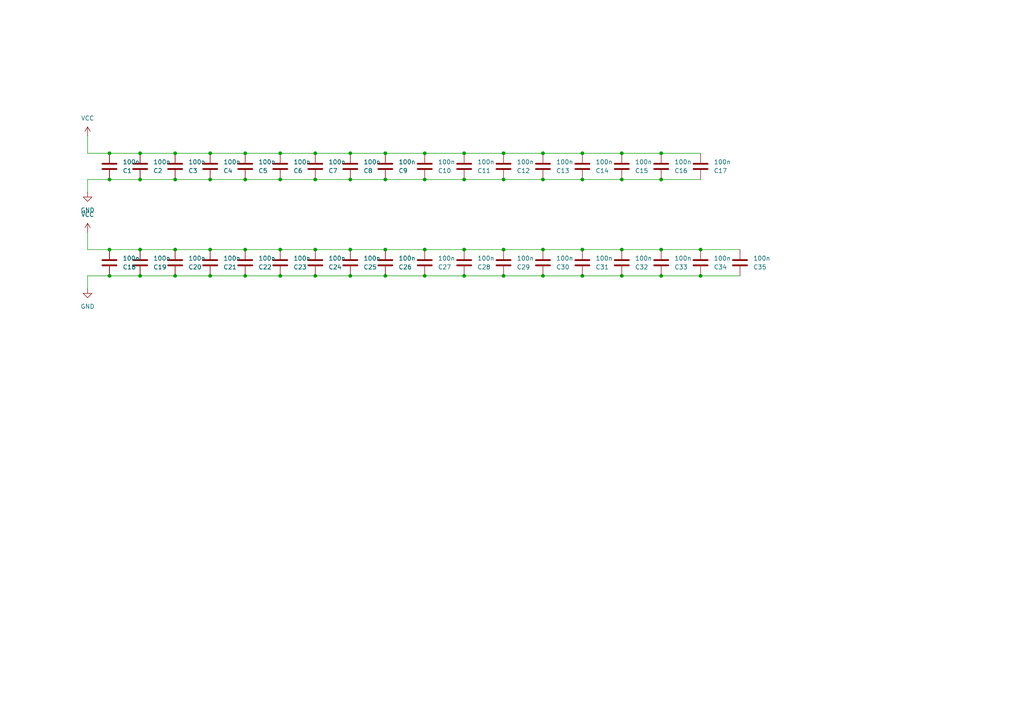
<source format=kicad_sch>
(kicad_sch (version 20250114) (generator "eeschema") (generator_version "9.0")
  (paper "A4")
  (title_block (title "TTL Calculator Logic Board") (date "2025-02-12") (rev "B"))
  (lib_symbols
    (symbol "Device:C" (pin_numbers (hide yes)) (pin_names (offset 0.254))
      (property "Reference" "C" (at 0.635 2.54 0))
      (property "Value" "C" (at 0.635 -2.54 0))
      (symbol "C_0_1"
        (polyline (pts (xy -2.032 0.762) (xy 2.032 0.762)) (stroke (width 0.508)))
        (polyline (pts (xy -2.032 -0.762) (xy 2.032 -0.762)) (stroke (width 0.508)))
      )
      (symbol "C_1_1"
        (pin passive line (at 0 3.81 270) (length 2.794) (name "~") (number "1"))
        (pin passive line (at 0 -3.81 90) (length 2.794) (name "~") (number "2"))
      )
    )
    (symbol "power:GND" (power) (pin_numbers (hide yes)) (pin_names (offset 0) (hide yes))
      (property "Value" "GND" (at 0 -3.81 0))
      (symbol "GND_0_1"
        (polyline (pts (xy 0 0) (xy 0 -1.27) (xy 1.27 -1.27) (xy 0 -2.54) (xy -1.27 -1.27) (xy 0 -1.27)))
      )
      (symbol "GND_1_1"
        (pin power_in line (at 0 0 270) (length 0) (name "~") (number "1"))
      )
    )
    (symbol "power:VCC" (power) (pin_numbers (hide yes)) (pin_names (offset 0) (hide yes))
      (property "Value" "VCC" (at 0 3.556 0))
      (symbol "VCC_0_1"
        (polyline (pts (xy -0.762 1.27) (xy 0 2.54)))
        (polyline (pts (xy 0 2.54) (xy 0.762 1.27)))
        (polyline (pts (xy 0 0) (xy 0 2.54)))
      )
      (symbol "VCC_1_1"
        (pin power_in line (at 0 0 90) (length 0) (name "~") (number "1"))
      )
    )
  )
  (junction (at 60.96 80.01))
  (junction (at 146.05 80.01))
  (junction (at 101.6 44.45))
  (junction (at 40.64 44.45))
  (junction (at 50.8 52.07))
  (junction (at 91.44 44.45))
  (junction (at 180.34 80.01))
  (junction (at 123.19 52.07))
  (junction (at 180.34 72.39))
  (junction (at 123.19 72.39))
  (junction (at 191.77 44.45))
  (junction (at 91.44 80.01))
  (junction (at 168.91 72.39))
  (junction (at 203.2 72.39))
  (junction (at 134.62 44.45))
  (junction (at 157.48 72.39))
  (junction (at 123.19 80.01))
  (junction (at 203.2 80.01))
  (junction (at 60.96 72.39))
  (junction (at 180.34 52.07))
  (junction (at 180.34 44.45))
  (junction (at 71.12 44.45))
  (junction (at 168.91 52.07))
  (junction (at 40.64 72.39))
  (junction (at 157.48 80.01))
  (junction (at 71.12 72.39))
  (junction (at 50.8 80.01))
  (junction (at 91.44 72.39))
  (junction (at 157.48 44.45))
  (junction (at 168.91 44.45))
  (junction (at 60.96 52.07))
  (junction (at 191.77 72.39))
  (junction (at 50.8 44.45))
  (junction (at 123.19 44.45))
  (junction (at 134.62 52.07))
  (junction (at 101.6 80.01))
  (junction (at 134.62 72.39))
  (junction (at 40.64 52.07))
  (junction (at 191.77 80.01))
  (junction (at 146.05 72.39))
  (junction (at 50.8 72.39))
  (junction (at 111.76 72.39))
  (junction (at 31.75 44.45))
  (junction (at 111.76 44.45))
  (junction (at 146.05 52.07))
  (junction (at 134.62 80.01))
  (junction (at 71.12 80.01))
  (junction (at 71.12 52.07))
  (junction (at 81.28 72.39))
  (junction (at 191.77 52.07))
  (junction (at 40.64 80.01))
  (junction (at 168.91 80.01))
  (junction (at 157.48 52.07))
  (junction (at 101.6 52.07))
  (junction (at 101.6 72.39))
  (junction (at 81.28 80.01))
  (junction (at 81.28 52.07))
  (junction (at 31.75 72.39))
  (junction (at 81.28 44.45))
  (junction (at 91.44 52.07))
  (junction (at 111.76 52.07))
  (junction (at 146.05 44.45))
  (junction (at 31.75 52.07))
  (junction (at 111.76 80.01))
  (junction (at 31.75 80.01))
  (junction (at 60.96 44.45))
  (wire (pts (xy 50.8 44.45) (xy 40.64 44.45)))
  (wire (pts (xy 146.05 52.07) (xy 134.62 52.07)))
  (wire (pts (xy 123.19 72.39) (xy 111.76 72.39)))
  (wire (pts (xy 101.6 44.45) (xy 91.44 44.45)))
  (wire (pts (xy 180.34 80.01) (xy 168.91 80.01)))
  (wire (pts (xy 31.75 80.01) (xy 25.4 80.01)))
  (wire (pts (xy 134.62 52.07) (xy 123.19 52.07)))
  (wire (pts (xy 25.4 39.37) (xy 25.4 44.45)))
  (wire (pts (xy 31.75 44.45) (xy 25.4 44.45)))
  (wire (pts (xy 40.64 80.01) (xy 31.75 80.01)))
  (wire (pts (xy 81.28 44.45) (xy 71.12 44.45)))
  (wire (pts (xy 168.91 72.39) (xy 157.48 72.39)))
  (wire (pts (xy 25.4 80.01) (xy 25.4 83.82)))
  (wire (pts (xy 203.2 72.39) (xy 214.63 72.39)))
  (wire (pts (xy 50.8 80.01) (xy 40.64 80.01)))
  (wire (pts (xy 180.34 44.45) (xy 168.91 44.45)))
  (wire (pts (xy 157.48 72.39) (xy 146.05 72.39)))
  (wire (pts (xy 111.76 72.39) (xy 101.6 72.39)))
  (wire (pts (xy 168.91 80.01) (xy 157.48 80.01)))
  (wire (pts (xy 101.6 80.01) (xy 91.44 80.01)))
  (wire (pts (xy 81.28 72.39) (xy 71.12 72.39)))
  (wire (pts (xy 101.6 52.07) (xy 91.44 52.07)))
  (wire (pts (xy 203.2 44.45) (xy 191.77 44.45)))
  (wire (pts (xy 60.96 72.39) (xy 50.8 72.39)))
  (wire (pts (xy 123.19 80.01) (xy 111.76 80.01)))
  (wire (pts (xy 180.34 52.07) (xy 168.91 52.07)))
  (wire (pts (xy 91.44 44.45) (xy 81.28 44.45)))
  (wire (pts (xy 203.2 72.39) (xy 191.77 72.39)))
  (wire (pts (xy 91.44 72.39) (xy 81.28 72.39)))
  (wire (pts (xy 81.28 52.07) (xy 71.12 52.07)))
  (wire (pts (xy 60.96 52.07) (xy 50.8 52.07)))
  (wire (pts (xy 180.34 72.39) (xy 168.91 72.39)))
  (wire (pts (xy 81.28 80.01) (xy 71.12 80.01)))
  (wire (pts (xy 134.62 80.01) (xy 123.19 80.01)))
  (wire (pts (xy 134.62 72.39) (xy 123.19 72.39)))
  (wire (pts (xy 168.91 44.45) (xy 157.48 44.45)))
  (wire (pts (xy 91.44 80.01) (xy 81.28 80.01)))
  (wire (pts (xy 40.64 72.39) (xy 31.75 72.39)))
  (wire (pts (xy 60.96 80.01) (xy 50.8 80.01)))
  (wire (pts (xy 40.64 44.45) (xy 31.75 44.45)))
  (wire (pts (xy 71.12 52.07) (xy 60.96 52.07)))
  (wire (pts (xy 71.12 80.01) (xy 60.96 80.01)))
  (wire (pts (xy 157.48 80.01) (xy 146.05 80.01)))
  (wire (pts (xy 111.76 44.45) (xy 101.6 44.45)))
  (wire (pts (xy 50.8 52.07) (xy 40.64 52.07)))
  (wire (pts (xy 191.77 72.39) (xy 180.34 72.39)))
  (wire (pts (xy 123.19 52.07) (xy 111.76 52.07)))
  (wire (pts (xy 101.6 72.39) (xy 91.44 72.39)))
  (wire (pts (xy 71.12 44.45) (xy 60.96 44.45)))
  (wire (pts (xy 111.76 80.01) (xy 101.6 80.01)))
  (wire (pts (xy 157.48 52.07) (xy 146.05 52.07)))
  (wire (pts (xy 146.05 44.45) (xy 134.62 44.45)))
  (wire (pts (xy 157.48 44.45) (xy 146.05 44.45)))
  (wire (pts (xy 134.62 44.45) (xy 123.19 44.45)))
  (wire (pts (xy 31.75 72.39) (xy 25.4 72.39)))
  (wire (pts (xy 203.2 80.01) (xy 214.63 80.01)))
  (wire (pts (xy 25.4 67.31) (xy 25.4 72.39)))
  (wire (pts (xy 203.2 80.01) (xy 191.77 80.01)))
  (wire (pts (xy 60.96 44.45) (xy 50.8 44.45)))
  (wire (pts (xy 191.77 80.01) (xy 180.34 80.01)))
  (wire (pts (xy 146.05 80.01) (xy 134.62 80.01)))
  (wire (pts (xy 50.8 72.39) (xy 40.64 72.39)))
  (wire (pts (xy 40.64 52.07) (xy 31.75 52.07)))
  (wire (pts (xy 111.76 52.07) (xy 101.6 52.07)))
  (wire (pts (xy 191.77 44.45) (xy 180.34 44.45)))
  (wire (pts (xy 168.91 52.07) (xy 157.48 52.07)))
  (wire (pts (xy 25.4 52.07) (xy 25.4 55.88)))
  (wire (pts (xy 91.44 52.07) (xy 81.28 52.07)))
  (wire (pts (xy 71.12 72.39) (xy 60.96 72.39)))
  (wire (pts (xy 146.05 72.39) (xy 134.62 72.39)))
  (wire (pts (xy 31.75 52.07) (xy 25.4 52.07)))
  (wire (pts (xy 203.2 52.07) (xy 191.77 52.07)))
  (wire (pts (xy 123.19 44.45) (xy 111.76 44.45)))
  (wire (pts (xy 191.77 52.07) (xy 180.34 52.07)))
  (symbol (lib_id "Device:C") (at 157.48 48.26 0) (mirror x) (unit 1)
    (property "Reference" "C13" (at 161.29 49.5301 0) (effects (justify left)))
    (property "Value" "100n" (at 161.29 46.9901 0) (effects (justify left)))
    (property "Footprint" "Capacitor_THT:C_Disc_D5.0mm_W2.5mm_P5.00mm" (effects (hide yes)))
    (property "Description" "Unpolarized capacitor" (effects (hide yes)))
  )
  (symbol (lib_id "Device:C") (at 60.96 76.2 0) (mirror x) (unit 1)
    (property "Reference" "C21" (at 64.77 77.4701 0) (effects (justify left)))
    (property "Value" "100n" (at 64.77 74.9301 0) (effects (justify left)))
    (property "Footprint" "Capacitor_THT:C_Disc_D5.0mm_W2.5mm_P5.00mm" (effects (hide yes)))
    (property "Description" "Unpolarized capacitor" (effects (hide yes)))
  )
  (symbol (lib_id "power:VCC") (at 25.4 67.31 0) (unit 1)
    (property "Reference" "#PWR015" (effects (hide yes)))
    (property "Value" "VCC" (at 25.4 62.23 0))
    (property "Description" "Power symbol creates a global label with name \"VCC\"" (effects (hide yes)))
  )
  (symbol (lib_id "Device:C") (at 123.19 76.2 0) (mirror x) (unit 1)
    (property "Reference" "C27" (at 127 77.4701 0) (effects (justify left)))
    (property "Value" "100n" (at 127 74.9301 0) (effects (justify left)))
    (property "Footprint" "Capacitor_THT:C_Disc_D5.0mm_W2.5mm_P5.00mm" (effects (hide yes)))
    (property "Description" "Unpolarized capacitor" (effects (hide yes)))
  )
  (symbol (lib_id "Device:C") (at 157.48 76.2 0) (mirror x) (unit 1)
    (property "Reference" "C30" (at 161.29 77.4701 0) (effects (justify left)))
    (property "Value" "100n" (at 161.29 74.9301 0) (effects (justify left)))
    (property "Footprint" "Capacitor_THT:C_Disc_D5.0mm_W2.5mm_P5.00mm" (effects (hide yes)))
    (property "Description" "Unpolarized capacitor" (effects (hide yes)))
  )
  (symbol (lib_id "Device:C") (at 111.76 76.2 0) (mirror x) (unit 1)
    (property "Reference" "C26" (at 115.57 77.4701 0) (effects (justify left)))
    (property "Value" "100n" (at 115.57 74.9301 0) (effects (justify left)))
    (property "Footprint" "Capacitor_THT:C_Disc_D5.0mm_W2.5mm_P5.00mm" (effects (hide yes)))
    (property "Description" "Unpolarized capacitor" (effects (hide yes)))
  )
  (symbol (lib_id "Device:C") (at 81.28 48.26 0) (mirror x) (unit 1)
    (property "Reference" "C6" (at 85.09 49.5301 0) (effects (justify left)))
    (property "Value" "100n" (at 85.09 46.9901 0) (effects (justify left)))
    (property "Footprint" "Capacitor_THT:C_Disc_D5.0mm_W2.5mm_P5.00mm" (effects (hide yes)))
    (property "Description" "Unpolarized capacitor" (effects (hide yes)))
  )
  (symbol (lib_id "Device:C") (at 31.75 48.26 0) (mirror x) (unit 1)
    (property "Reference" "C1" (at 35.56 49.5301 0) (effects (justify left)))
    (property "Value" "100n" (at 35.56 46.9901 0) (effects (justify left)))
    (property "Footprint" "Capacitor_THT:C_Disc_D5.0mm_W2.5mm_P5.00mm" (effects (hide yes)))
    (property "Description" "Unpolarized capacitor" (effects (hide yes)))
  )
  (symbol (lib_id "Device:C") (at 31.75 76.2 0) (mirror x) (unit 1)
    (property "Reference" "C18" (at 35.56 77.4701 0) (effects (justify left)))
    (property "Value" "100n" (at 35.56 74.9301 0) (effects (justify left)))
    (property "Footprint" "Capacitor_THT:C_Disc_D5.0mm_W2.5mm_P5.00mm" (effects (hide yes)))
    (property "Description" "Unpolarized capacitor" (effects (hide yes)))
  )
  (symbol (lib_id "Device:C") (at 50.8 48.26 0) (mirror x) (unit 1)
    (property "Reference" "C3" (at 54.61 49.5301 0) (effects (justify left)))
    (property "Value" "100n" (at 54.61 46.9901 0) (effects (justify left)))
    (property "Footprint" "Capacitor_THT:C_Disc_D5.0mm_W2.5mm_P5.00mm" (effects (hide yes)))
    (property "Description" "Unpolarized capacitor" (effects (hide yes)))
  )
  (symbol (lib_id "Device:C") (at 91.44 48.26 0) (mirror x) (unit 1)
    (property "Reference" "C7" (at 95.25 49.5301 0) (effects (justify left)))
    (property "Value" "100n" (at 95.25 46.9901 0) (effects (justify left)))
    (property "Footprint" "Capacitor_THT:C_Disc_D5.0mm_W2.5mm_P5.00mm" (effects (hide yes)))
    (property "Description" "Unpolarized capacitor" (effects (hide yes)))
  )
  (symbol (lib_id "Device:C") (at 191.77 48.26 0) (mirror x) (unit 1)
    (property "Reference" "C16" (at 195.58 49.5301 0) (effects (justify left)))
    (property "Value" "100n" (at 195.58 46.9901 0) (effects (justify left)))
    (property "Footprint" "Capacitor_THT:C_Disc_D5.0mm_W2.5mm_P5.00mm" (effects (hide yes)))
    (property "Description" "Unpolarized capacitor" (effects (hide yes)))
  )
  (symbol (lib_id "Device:C") (at 71.12 48.26 0) (mirror x) (unit 1)
    (property "Reference" "C5" (at 74.93 49.5301 0) (effects (justify left)))
    (property "Value" "100n" (at 74.93 46.9901 0) (effects (justify left)))
    (property "Footprint" "Capacitor_THT:C_Disc_D5.0mm_W2.5mm_P5.00mm" (effects (hide yes)))
    (property "Description" "Unpolarized capacitor" (effects (hide yes)))
  )
  (symbol (lib_id "Device:C") (at 111.76 48.26 0) (mirror x) (unit 1)
    (property "Reference" "C9" (at 115.57 49.5301 0) (effects (justify left)))
    (property "Value" "100n" (at 115.57 46.9901 0) (effects (justify left)))
    (property "Footprint" "Capacitor_THT:C_Disc_D5.0mm_W2.5mm_P5.00mm" (effects (hide yes)))
    (property "Description" "Unpolarized capacitor" (effects (hide yes)))
  )
  (symbol (lib_id "Device:C") (at 40.64 48.26 0) (mirror x) (unit 1)
    (property "Reference" "C2" (at 44.45 49.5301 0) (effects (justify left)))
    (property "Value" "100n" (at 44.45 46.9901 0) (effects (justify left)))
    (property "Footprint" "Capacitor_THT:C_Disc_D5.0mm_W2.5mm_P5.00mm" (effects (hide yes)))
    (property "Description" "Unpolarized capacitor" (effects (hide yes)))
  )
  (symbol (lib_id "Device:C") (at 146.05 48.26 0) (mirror x) (unit 1)
    (property "Reference" "C12" (at 149.86 49.5301 0) (effects (justify left)))
    (property "Value" "100n" (at 149.86 46.9901 0) (effects (justify left)))
    (property "Footprint" "Capacitor_THT:C_Disc_D5.0mm_W2.5mm_P5.00mm" (effects (hide yes)))
    (property "Description" "Unpolarized capacitor" (effects (hide yes)))
  )
  (symbol (lib_id "Device:C") (at 101.6 76.2 0) (mirror x) (unit 1)
    (property "Reference" "C25" (at 105.41 77.4701 0) (effects (justify left)))
    (property "Value" "100n" (at 105.41 74.9301 0) (effects (justify left)))
    (property "Footprint" "Capacitor_THT:C_Disc_D5.0mm_W2.5mm_P5.00mm" (effects (hide yes)))
    (property "Description" "Unpolarized capacitor" (effects (hide yes)))
  )
  (symbol (lib_id "power:GND") (at 25.4 83.82 0) (unit 1)
    (property "Reference" "#PWR017" (effects (hide yes)))
    (property "Value" "GND" (at 25.4 88.9 0))
    (property "Description" "Power symbol creates a global label with name \"GND\" , ground" (effects (hide yes)))
  )
  (symbol (lib_id "Device:C") (at 81.28 76.2 0) (mirror x) (unit 1)
    (property "Reference" "C23" (at 85.09 77.4701 0) (effects (justify left)))
    (property "Value" "100n" (at 85.09 74.9301 0) (effects (justify left)))
    (property "Footprint" "Capacitor_THT:C_Disc_D5.0mm_W2.5mm_P5.00mm" (effects (hide yes)))
    (property "Description" "Unpolarized capacitor" (effects (hide yes)))
  )
  (symbol (lib_id "Device:C") (at 168.91 48.26 0) (mirror x) (unit 1)
    (property "Reference" "C14" (at 172.72 49.5301 0) (effects (justify left)))
    (property "Value" "100n" (at 172.72 46.9901 0) (effects (justify left)))
    (property "Footprint" "Capacitor_THT:C_Disc_D5.0mm_W2.5mm_P5.00mm" (effects (hide yes)))
    (property "Description" "Unpolarized capacitor" (effects (hide yes)))
  )
  (symbol (lib_id "Device:C") (at 123.19 48.26 0) (mirror x) (unit 1)
    (property "Reference" "C10" (at 127 49.5301 0) (effects (justify left)))
    (property "Value" "100n" (at 127 46.9901 0) (effects (justify left)))
    (property "Footprint" "Capacitor_THT:C_Disc_D5.0mm_W2.5mm_P5.00mm" (effects (hide yes)))
    (property "Description" "Unpolarized capacitor" (effects (hide yes)))
  )
  (symbol (lib_id "Device:C") (at 191.77 76.2 0) (mirror x) (unit 1)
    (property "Reference" "C33" (at 195.58 77.4701 0) (effects (justify left)))
    (property "Value" "100n" (at 195.58 74.9301 0) (effects (justify left)))
    (property "Footprint" "Capacitor_THT:C_Disc_D5.0mm_W2.5mm_P5.00mm" (effects (hide yes)))
    (property "Description" "Unpolarized capacitor" (effects (hide yes)))
  )
  (symbol (lib_id "Device:C") (at 180.34 48.26 0) (mirror x) (unit 1)
    (property "Reference" "C15" (at 184.15 49.5301 0) (effects (justify left)))
    (property "Value" "100n" (at 184.15 46.9901 0) (effects (justify left)))
    (property "Footprint" "Capacitor_THT:C_Disc_D5.0mm_W2.5mm_P5.00mm" (effects (hide yes)))
    (property "Description" "Unpolarized capacitor" (effects (hide yes)))
  )
  (symbol (lib_id "Device:C") (at 134.62 76.2 0) (mirror x) (unit 1)
    (property "Reference" "C28" (at 138.43 77.4701 0) (effects (justify left)))
    (property "Value" "100n" (at 138.43 74.9301 0) (effects (justify left)))
    (property "Footprint" "Capacitor_THT:C_Disc_D5.0mm_W2.5mm_P5.00mm" (effects (hide yes)))
    (property "Description" "Unpolarized capacitor" (effects (hide yes)))
  )
  (symbol (lib_id "Device:C") (at 101.6 48.26 0) (mirror x) (unit 1)
    (property "Reference" "C8" (at 105.41 49.5301 0) (effects (justify left)))
    (property "Value" "100n" (at 105.41 46.9901 0) (effects (justify left)))
    (property "Footprint" "Capacitor_THT:C_Disc_D5.0mm_W2.5mm_P5.00mm" (effects (hide yes)))
    (property "Description" "Unpolarized capacitor" (effects (hide yes)))
  )
  (symbol (lib_id "Device:C") (at 214.63 76.2 0) (mirror x) (unit 1)
    (property "Reference" "C35" (at 218.44 77.4701 0) (effects (justify left)))
    (property "Value" "100n" (at 218.44 74.9301 0) (effects (justify left)))
    (property "Footprint" "Capacitor_THT:C_Disc_D5.0mm_W2.5mm_P5.00mm" (effects (hide yes)))
    (property "Description" "Unpolarized capacitor" (effects (hide yes)))
  )
  (symbol (lib_id "Device:C") (at 146.05 76.2 0) (mirror x) (unit 1)
    (property "Reference" "C29" (at 149.86 77.4701 0) (effects (justify left)))
    (property "Value" "100n" (at 149.86 74.9301 0) (effects (justify left)))
    (property "Footprint" "Capacitor_THT:C_Disc_D5.0mm_W2.5mm_P5.00mm" (effects (hide yes)))
    (property "Description" "Unpolarized capacitor" (effects (hide yes)))
  )
  (symbol (lib_id "Device:C") (at 203.2 48.26 0) (mirror x) (unit 1)
    (property "Reference" "C17" (at 207.01 49.5301 0) (effects (justify left)))
    (property "Value" "100n" (at 207.01 46.9901 0) (effects (justify left)))
    (property "Footprint" "Capacitor_THT:C_Disc_D5.0mm_W2.5mm_P5.00mm" (effects (hide yes)))
    (property "Description" "Unpolarized capacitor" (effects (hide yes)))
  )
  (symbol (lib_id "Device:C") (at 91.44 76.2 0) (mirror x) (unit 1)
    (property "Reference" "C24" (at 95.25 77.4701 0) (effects (justify left)))
    (property "Value" "100n" (at 95.25 74.9301 0) (effects (justify left)))
    (property "Footprint" "Capacitor_THT:C_Disc_D5.0mm_W2.5mm_P5.00mm" (effects (hide yes)))
    (property "Description" "Unpolarized capacitor" (effects (hide yes)))
  )
  (symbol (lib_id "Device:C") (at 168.91 76.2 0) (mirror x) (unit 1)
    (property "Reference" "C31" (at 172.72 77.4701 0) (effects (justify left)))
    (property "Value" "100n" (at 172.72 74.9301 0) (effects (justify left)))
    (property "Footprint" "Capacitor_THT:C_Disc_D5.0mm_W2.5mm_P5.00mm" (effects (hide yes)))
    (property "Description" "Unpolarized capacitor" (effects (hide yes)))
  )
  (symbol (lib_id "power:VCC") (at 25.4 39.37 0) (unit 1)
    (property "Reference" "#PWR014" (effects (hide yes)))
    (property "Value" "VCC" (at 25.4 34.29 0))
    (property "Description" "Power symbol creates a global label with name \"VCC\"" (effects (hide yes)))
  )
  (symbol (lib_id "Device:C") (at 134.62 48.26 0) (mirror x) (unit 1)
    (property "Reference" "C11" (at 138.43 49.5301 0) (effects (justify left)))
    (property "Value" "100n" (at 138.43 46.9901 0) (effects (justify left)))
    (property "Footprint" "Capacitor_THT:C_Disc_D5.0mm_W2.5mm_P5.00mm" (effects (hide yes)))
    (property "Description" "Unpolarized capacitor" (effects (hide yes)))
  )
  (symbol (lib_id "Device:C") (at 60.96 48.26 0) (mirror x) (unit 1)
    (property "Reference" "C4" (at 64.77 49.5301 0) (effects (justify left)))
    (property "Value" "100n" (at 64.77 46.9901 0) (effects (justify left)))
    (property "Footprint" "Capacitor_THT:C_Disc_D5.0mm_W2.5mm_P5.00mm" (effects (hide yes)))
    (property "Description" "Unpolarized capacitor" (effects (hide yes)))
  )
  (symbol (lib_id "Device:C") (at 180.34 76.2 0) (mirror x) (unit 1)
    (property "Reference" "C32" (at 184.15 77.4701 0) (effects (justify left)))
    (property "Value" "100n" (at 184.15 74.9301 0) (effects (justify left)))
    (property "Footprint" "Capacitor_THT:C_Disc_D5.0mm_W2.5mm_P5.00mm" (effects (hide yes)))
    (property "Description" "Unpolarized capacitor" (effects (hide yes)))
  )
  (symbol (lib_id "power:GND") (at 25.4 55.88 0) (unit 1)
    (property "Reference" "#PWR016" (effects (hide yes)))
    (property "Value" "GND" (at 25.4 60.96 0))
    (property "Description" "Power symbol creates a global label with name \"GND\" , ground" (effects (hide yes)))
  )
  (symbol (lib_id "Device:C") (at 40.64 76.2 0) (mirror x) (unit 1)
    (property "Reference" "C19" (at 44.45 77.4701 0) (effects (justify left)))
    (property "Value" "100n" (at 44.45 74.9301 0) (effects (justify left)))
    (property "Footprint" "Capacitor_THT:C_Disc_D5.0mm_W2.5mm_P5.00mm" (effects (hide yes)))
    (property "Description" "Unpolarized capacitor" (effects (hide yes)))
  )
  (symbol (lib_id "Device:C") (at 50.8 76.2 0) (mirror x) (unit 1)
    (property "Reference" "C20" (at 54.61 77.4701 0) (effects (justify left)))
    (property "Value" "100n" (at 54.61 74.9301 0) (effects (justify left)))
    (property "Footprint" "Capacitor_THT:C_Disc_D5.0mm_W2.5mm_P5.00mm" (effects (hide yes)))
    (property "Description" "Unpolarized capacitor" (effects (hide yes)))
  )
  (symbol (lib_id "Device:C") (at 71.12 76.2 0) (mirror x) (unit 1)
    (property "Reference" "C22" (at 74.93 77.4701 0) (effects (justify left)))
    (property "Value" "100n" (at 74.93 74.9301 0) (effects (justify left)))
    (property "Footprint" "Capacitor_THT:C_Disc_D5.0mm_W2.5mm_P5.00mm" (effects (hide yes)))
    (property "Description" "Unpolarized capacitor" (effects (hide yes)))
  )
  (symbol (lib_id "Device:C") (at 203.2 76.2 0) (mirror x) (unit 1)
    (property "Reference" "C34" (at 207.01 77.4701 0) (effects (justify left)))
    (property "Value" "100n" (at 207.01 74.9301 0) (effects (justify left)))
    (property "Footprint" "Capacitor_THT:C_Disc_D5.0mm_W2.5mm_P5.00mm" (effects (hide yes)))
    (property "Description" "Unpolarized capacitor" (effects (hide yes)))
  )
)
</source>
